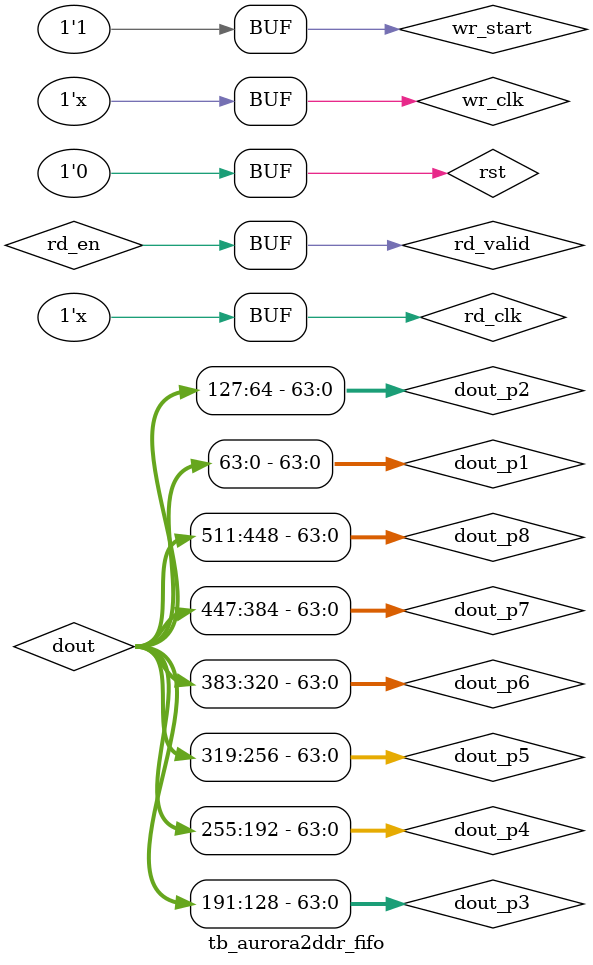
<source format=v>
`timescale 1ns / 1ps


module tb_aurora2ddr_fifo();

reg   wr_clk;
reg   rd_clk;
reg   rst;
reg  [63:0] din;
reg   wr_start;
reg   wr_en;
wire  rd_en;
wire [511:0] dout;
wire  full;
wire  empty;
wire  prog_full;
wire  wr_rst_busy;
wire  rd_rst_busy;

wire [63:0]  dout_p1;
wire [63:0]  dout_p2;
wire [63:0]  dout_p3;
wire [63:0]  dout_p4;
wire [63:0]  dout_p5;
wire [63:0]  dout_p6;
wire [63:0]  dout_p7;
wire [63:0]  dout_p8;

assign dout_p1 = dout[64 * 1 - 1 : 0 + 64 * 0];
assign dout_p2 = dout[64 * 2 - 1 : 0 + 64 * 1];
assign dout_p3 = dout[64 * 3 - 1 : 0 + 64 * 2];
assign dout_p4 = dout[64 * 4 - 1 : 0 + 64 * 3];
assign dout_p5 = dout[64 * 5 - 1 : 0 + 64 * 4];
assign dout_p6 = dout[64 * 6 - 1 : 0 + 64 * 5];
assign dout_p7 = dout[64 * 7 - 1 : 0 + 64 * 6];
assign dout_p8 = dout[64 * 8 - 1 : 0 + 64 * 7];


initial begin
	wr_clk <= 0;
	rd_clk <= 0;
end

always #3.2 wr_clk = ~wr_clk;
always #3.2 rd_clk = ~rd_clk;

initial begin
	rst <= 1;
	wr_start <= 0;
	#100;
	rst <= 0;
	#500;
	wr_start <= 1;
	din <= 0;
end

always @(posedge wr_clk)
   wr_en <= wr_start;


always @(posedge wr_clk)
   if (wr_en) begin
   	   din <= din + 1;
   end

//--------------add------------------// 
wire   p_full;
reg    rd_valid = 0;
reg [3:0] rd_l_cnt;
assign p_full = (~full)? prog_full : 0; 

always @(posedge rd_clk)
    if (p_full) begin
    	rd_valid <= 1;
    end else if (rd_l_cnt == 11) begin
    	rd_valid <= 0;
    end

always @(posedge rd_clk)
    if (rd_valid) begin
    	rd_l_cnt <= rd_l_cnt + 1;
    end else begin
    	rd_l_cnt <= 0;
    end

assign rd_en = rd_valid; 

aurora2ddr_fifo aurora2ddr_fifo (
  .rst(rst),                  // input wire rst
  .wr_clk(wr_clk),            // input wire wr_clk
  .rd_clk(rd_clk),            // input wire rd_clk
  .din(din),                  // input wire [63 : 0] din
  .wr_en(wr_en),              // input wire wr_en
  .rd_en(rd_en),              // input wire rd_en
  .dout(dout),                // output wire [511 : 0] dout
  .full(full),                // output wire full
  .empty(empty),              // output wire empty
  .prog_full(prog_full),      // output wire prog_full
  .wr_rst_busy(wr_rst_busy),  // output wire wr_rst_busy
  .rd_rst_busy(rd_rst_busy)  // output wire rd_rst_busy
);




endmodule

</source>
